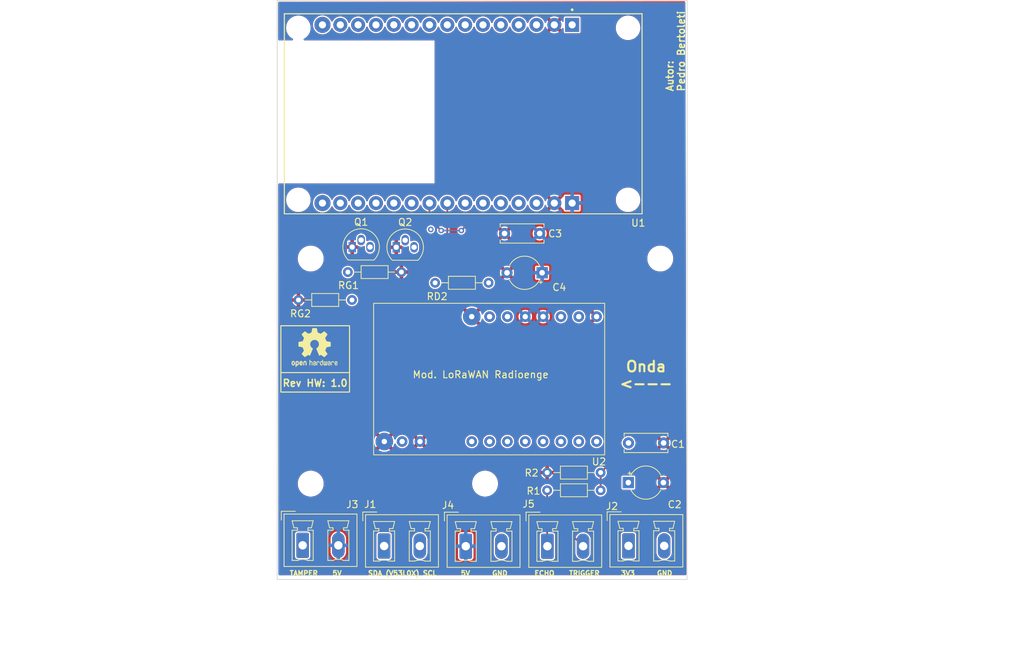
<source format=kicad_pcb>
(kicad_pcb (version 20211014) (generator pcbnew)
  (layers (0 "F.Cu" signal) (1 "In1.Cu" signal) (2 "In2.Cu" signal) (31 "B.Cu" signal) (34 "B.Paste" user) (35 "F.Paste" user) (36 "B.SilkS" user "B.Silkscreen") (37 "F.SilkS" user "F.Silkscreen") (38 "B.Mask" user) (39 "F.Mask" user) (44 "Edge.Cuts" user))
  (net 0 "")
  (net 1 "5V_LORAWAN_RADIOENGE")
  (net 2 "3V3_ESP32")
  (net 3 "GNDREF")
  (net 4 "/V-")
  (net 5 "/V+")
  (net 6 "GND_PERIF")
  (net 7 "SENS_TAMPER")
  (net 8 "SENS_ULT_ECHO")
  (net 9 "SENS_ULT_TRIGGER")
  (net 10 "LIGA_DESLIGA_PERIF")
  (net 11 "SENS_TAMPER_3V3")
  (net 12 "SENS_ULT_ECHO_3V3")
  (net 21 "/U+")
  (net 22 "/U-")
  (footprint "Resistor_THT:R_Axial_DIN0204_L3.6mm_D1.6mm_P7.62mm_Horizontal" (layer "F.Cu") (at 98.31 99.875 180)
    (fp_text reference "R2" (at 9.835 -0.05) (layer "F.SilkS"))
    (fp_text value "10k")
    (pad "1" thru_hole circle (at 0 0 180) (size 1.4 1.4) (drill 0.7) (layers *.Cu *.Mask) (net 12 "SENS_ULT_ECHO_3V3"))
    (pad "2" thru_hole oval (at 7.62 0 180) (size 1.4 1.4) (drill 0.7) (layers *.Cu *.Mask) (net 3 "GNDREF"))
  )
  (footprint "Symbol:OSHW-Logo2_7.3x6mm_SilkScreen" (layer "F.Cu") (at 57.575 82.05)
    (fp_text reference "REF**" hide)
    (fp_text value "OSHW-Logo2_7.3x6mm_SilkScreen" hide)
  )
  (footprint "Resistor_THT:R_Axial_DIN0204_L3.6mm_D1.6mm_P7.62mm_Horizontal" (layer "F.Cu") (at 90.69 102.4)
    (fp_text reference "R1" (at -1.94 0.1) (layer "F.SilkS"))
    (fp_text value "10k")
    (pad "1" thru_hole circle (at 0 0) (size 1.4 1.4) (drill 0.7) (layers *.Cu *.Mask) (net 8 "SENS_ULT_ECHO"))
    (pad "2" thru_hole oval (at 7.62 0) (size 1.4 1.4) (drill 0.7) (layers *.Cu *.Mask) (net 12 "SENS_ULT_ECHO_3V3"))
  )
  (footprint "MountingHole:MountingHole_3.2mm_M3" (layer "F.Cu") (at 57.025 69.375)
    (fp_text reference " " (at 0 -4.2) (layer "F.SilkS"))
    (fp_text value "MountingHole_3.2mm_M3")
    (pad "" np_thru_hole circle (at 0 0) (size 3.2 3.2) (drill 3.2) (layers *.Cu *.Mask))
  )
  (footprint "MountingHole:MountingHole_3.2mm_M3" (layer "F.Cu") (at 106.8 69.375)
    (fp_text reference " " (at 0 -4.2) (layer "F.SilkS"))
    (fp_text value "MountingHole_3.2mm_M3")
    (pad "" np_thru_hole circle (at 0 0) (size 3.2 3.2) (drill 3.2) (layers *.Cu *.Mask))
  )
  (footprint "MountingHole:MountingHole_3.2mm_M3" (layer "F.Cu") (at 57.025 101.45)
    (fp_text reference " " (at 0 -4.2) (layer "F.SilkS"))
    (fp_text value "MountingHole_3.2mm_M3")
    (pad "" np_thru_hole circle (at 0 0) (size 3.2 3.2) (drill 3.2) (layers *.Cu *.Mask))
  )
  (footprint "Connector_Phoenix_MC_HighVoltage:PhoenixContact_MCV_1,5_2-G-5.08_1x02_P5.08mm_Vertical" (layer "F.Cu") (at 67.4775 110.3425)
    (fp_text reference "J1" (at -1.9775 -5.9425) (layer "F.SilkS"))
    (fp_text value "CON_1_SENS_VL53L0X")
    (pad "1" thru_hole roundrect (at 0 0) (size 1.8 3.6) (drill 1.2) (layers *.Cu *.Mask) (roundrect_rratio 0.1388888889) (net 4 "/V-"))
    (pad "2" thru_hole oval (at 5.08 0) (size 1.8 3.6) (drill 1.2) (layers *.Cu *.Mask) (net 5 "/V+"))
  )
  (footprint "mod_lorawan_radioenge:mod_lorawan_radioenge" (layer "F.Cu") (at 60.905 85.91 90)
    (fp_text reference "U2" (at -12.415 37.17 unlocked) (layer "F.SilkS"))
    (fp_text value "modulo_lorawan_radioenge")
    (fp_text user "Mod. LoRaWAN Radioenge" (at 0 20.32 unlocked) (layer "F.SilkS"))
    (pad "1" thru_hole circle (at 8.26 36.83 90) (size 1.524 1.524) (drill 0.762) (layers *.Cu *.Mask) (net 3 "GNDREF"))
    (pad "2" thru_hole circle (at 8.26 34.29 90) (size 1.524 1.524) (drill 0.762) (layers *.Cu *.Mask) (net 21 "/U+"))
    (pad "3" thru_hole circle (at 8.26 31.75 90) (size 1.524 1.524) (drill 0.762) (layers *.Cu *.Mask) (net 22 "/U-"))
    (pad "4" thru_hole circle (at 8.26 29.21 90) (size 1.524 1.524) (drill 0.762) (layers *.Cu *.Mask) (net 1 "5V_LORAWAN_RADIOENGE"))
    (pad "5" thru_hole circle (at 8.26 26.67 90) (size 1.524 1.524) (drill 0.762) (layers *.Cu *.Mask) (net 1 "5V_LORAWAN_RADIOENGE"))
    (pad "6" thru_hole circle (at 8.26 24.13 90) (size 1.524 1.524) (drill 0.762) (layers *.Cu *.Mask))
    (pad "7" thru_hole circle (at 8.26 21.59 90) (size 1.524 1.524) (drill 0.762) (layers *.Cu *.Mask))
    (pad "8" thru_hole circle (at 8.26 19.05 90) (size 2.5 2.5) (drill 0.762) (layers *.Cu *.Mask) (net 3 "GNDREF"))
    (pad "9" thru_hole circle (at -9.54 36.83 90) (size 1.524 1.524) (drill 0.762) (layers *.Cu *.Mask))
    (pad "10" thru_hole circle (at -9.54 34.29 90) (size 1.524 1.524) (drill 0.762) (layers *.Cu *.Mask))
    (pad "11" thru_hole circle (at -9.54 31.75 90) (size 1.524 1.524) (drill 0.762) (layers *.Cu *.Mask))
    (pad "12" thru_hole circle (at -9.54 29.21 90) (size 1.524 1.524) (drill 0.762) (layers *.Cu *.Mask))
    (pad "13" thru_hole circle (at -9.54 26.67 90) (size 1.524 1.524) (drill 0.762) (layers *.Cu *.Mask))
    (pad "14" thru_hole circle (at -9.54 24.13 90) (size 1.524 1.524) (drill 0.762) (layers *.Cu *.Mask))
    (pad "15" thru_hole circle (at -9.54 21.59 90) (size 1.524 1.524) (drill 0.762) (layers *.Cu *.Mask))
    (pad "16" thru_hole circle (at -9.54 19.05 90) (size 1.524 1.524) (drill 0.762) (layers *.Cu *.Mask))
    (pad "17" thru_hole circle (at -9.54 11.68 90) (size 1.524 1.524) (drill 0.762) (layers *.Cu *.Mask) (net 3 "GNDREF"))
    (pad "18" thru_hole circle (at -9.54 9.14 90) (size 1.524 1.524) (drill 0.762) (layers *.Cu *.Mask))
    (pad "19" thru_hole circle (at -9.54 6.6 90) (size 2.5 2.5) (drill 0.762) (layers *.Cu *.Mask) (net 3 "GNDREF"))
  )
  (footprint "MountingHole:MountingHole_3.2mm_M3" (layer "F.Cu") (at 81.85 101.45)
    (fp_text reference " " (at 0 -4.2) (layer "F.SilkS"))
    (fp_text value "MountingHole_3.2mm_M3")
    (pad "" np_thru_hole circle (at 0 0) (size 3.2 3.2) (drill 3.2) (layers *.Cu *.Mask))
  )
  (footprint "Connector_Phoenix_MC_HighVoltage:PhoenixContact_MCV_1,5_2-G-5.08_1x02_P5.08mm_Vertical" (layer "F.Cu") (at 90.7275 110.3675)
    (fp_text reference "J5" (at -2.6775 -6.0175) (layer "F.SilkS"))
    (fp_text value "CON_2_SENS_ULT")
    (pad "1" thru_hole roundrect (at 0 0) (size 1.8 3.6) (drill 1.2) (layers *.Cu *.Mask) (roundrect_rratio 0.1388888889) (net 8 "SENS_ULT_ECHO"))
    (pad "2" thru_hole oval (at 5.08 0) (size 1.8 3.6) (drill 1.2) (layers *.Cu *.Mask) (net 9 "SENS_ULT_TRIGGER"))
  )
  (footprint "Capacitor_THT:CP_Radial_Tantal_D4.5mm_P5.00mm" (layer "F.Cu") (at 102.25 101.3)
    (fp_text reference "C2" (at 6.6 3.125) (layer "F.SilkS"))
    (fp_text value "C_Polarized_Small_US")
    (pad "1" thru_hole rect (at 0 0) (size 1.6 1.6) (drill 0.8) (layers *.Cu *.Mask) (net 2 "3V3_ESP32"))
    (pad "2" thru_hole circle (at 5 0) (size 1.6 1.6) (drill 0.8) (layers *.Cu *.Mask) (net 3 "GNDREF"))
  )
  (footprint "Resistor_THT:R_Axial_DIN0204_L3.6mm_D1.6mm_P7.62mm_Horizontal" (layer "F.Cu") (at 82.36 72.825 180)
    (fp_text reference "RD2" (at 7.335 -1.95) (layer "F.SilkS"))
    (fp_text value "10k")
    (pad "1" thru_hole circle (at 0 0 180) (size 1.4 1.4) (drill 0.7) (layers *.Cu *.Mask) (net 2 "3V3_ESP32"))
    (pad "2" thru_hole oval (at 7.62 0 180) (size 1.4 1.4) (drill 0.7) (layers *.Cu *.Mask) (net 11 "SENS_TAMPER_3V3"))
  )
  (footprint "Fiducial:Fiducial_1.5mm_Mask3mm" (layer "F.Cu") (at 107.375 37.275)
    (fp_text reference " " (at 0 -2.4765) (layer "F.SilkS"))
    (fp_text value "Fiducial_1.5mm_Mask3mm")
    (pad "" smd circle (at 0 0) (size 1.5 1.5) (layers "F.Cu" "F.Mask") (clearance 0.75))
  )
  (footprint "Fiducial:Fiducial_1.5mm_Mask3mm" (layer "F.Cu") (at 56.625 94.125)
    (fp_text reference " " (at 0 -2.4765) (layer "F.SilkS"))
    (fp_text value "Fiducial_1.5mm_Mask3mm")
    (pad "" smd circle (at 0 0) (size 1.5 1.5) (layers "F.Cu" "F.Mask") (clearance 0.75))
  )
  (footprint "Capacitor_THT:C_Disc_D6.0mm_W2.5mm_P5.00mm" (layer "F.Cu") (at 102.275 95.65)
    (fp_text reference "C1" (at 7.05 0.175) (layer "F.SilkS"))
    (fp_text value "0.1uF")
    (pad "1" thru_hole circle (at 0 0) (size 1.6 1.6) (drill 0.8) (layers *.Cu *.Mask) (net 2 "3V3_ESP32"))
    (pad "2" thru_hole circle (at 5 0) (size 1.6 1.6) (drill 0.8) (layers *.Cu *.Mask) (net 3 "GNDREF"))
  )
  (footprint "Package_TO_SOT_THT:TO-92_Inline" (layer "F.Cu") (at 62.93 67.735)
    (fp_text reference "Q1" (at 1.27 -3.56) (layer "F.SilkS"))
    (fp_text value "2N7000")
    (pad "1" thru_hole rect (at 0 0) (size 1.05 1.5) (drill 0.75) (layers *.Cu *.Mask) (net 3 "GNDREF"))
    (pad "2" thru_hole oval (at 1.27 -1) (size 1.05 1.5) (drill 0.75) (layers *.Cu *.Mask) (net 10 "LIGA_DESLIGA_PERIF"))
    (pad "3" thru_hole oval (at 2.54 0) (size 1.05 1.5) (drill 0.75) (layers *.Cu *.Mask) (net 6 "GND_PERIF"))
  )
  (footprint "Connector_Phoenix_MC_HighVoltage:PhoenixContact_MCV_1,5_2-G-5.08_1x02_P5.08mm_Vertical" (layer "F.Cu") (at 55.8775 110.2425)
    (fp_text reference "J3" (at 7.0725 -5.8175) (layer "F.SilkS"))
    (fp_text value "CON_SENS_TAMPER")
    (pad "1" thru_hole roundrect (at 0 0) (size 1.8 3.6) (drill 1.2) (layers *.Cu *.Mask) (roundrect_rratio 0.1388888889) (net 7 "SENS_TAMPER"))
    (pad "2" thru_hole oval (at 5.08 0) (size 1.8 3.6) (drill 1.2) (layers *.Cu *.Mask) (net 1 "5V_LORAWAN_RADIOENGE"))
  )
  (footprint "Connector_Phoenix_MC_HighVoltage:PhoenixContact_MCV_1,5_2-G-5.08_1x02_P5.08mm_Vertical" (layer "F.Cu") (at 79.1025 110.3675)
    (fp_text reference "J4" (at -2.5275 -5.8425) (layer "F.SilkS"))
    (fp_text value "CON_1_SENS_ULT")
    (pad "1" thru_hole roundrect (at 0 0) (size 1.8 3.6) (drill 1.2) (layers *.Cu *.Mask) (roundrect_rratio 0.1388888889) (net 1 "5V_LORAWAN_RADIOENGE"))
    (pad "2" thru_hole oval (at 5.08 0) (size 1.8 3.6) (drill 1.2) (layers *.Cu *.Mask) (net 6 "GND_PERIF"))
  )
  (footprint "Resistor_THT:R_Axial_DIN0204_L3.6mm_D1.6mm_P7.62mm_Horizontal" (layer "F.Cu") (at 62.315 71.3)
    (fp_text reference "RG1" (at 0.085 1.9) (layer "F.SilkS"))
    (fp_text value "100k")
    (pad "1" thru_hole circle (at 0 0) (size 1.4 1.4) (drill 0.7) (layers *.Cu *.Mask) (net 10 "LIGA_DESLIGA_PERIF"))
    (pad "2" thru_hole oval (at 7.62 0) (size 1.4 1.4) (drill 0.7) (layers *.Cu *.Mask) (net 3 "GNDREF"))
  )
  (footprint "Fiducial:Fiducial_1.5mm_Mask3mm" (layer "F.Cu") (at 107.15 78.125)
    (fp_text reference " " (at 0 -2.4765) (layer "F.SilkS"))
    (fp_text value "Fiducial_1.5mm_Mask3mm")
    (pad "" smd circle (at 0 0) (size 1.5 1.5) (layers "F.Cu" "F.Mask") (clearance 0.75))
  )
  (footprint "Connector_Phoenix_MC_HighVoltage:PhoenixContact_MCV_1,5_2-G-5.08_1x02_P5.08mm_Vertical" (layer "F.Cu") (at 102.2775 110.3175)
    (fp_text reference "J2" (at -2.3525 -5.6425) (layer "F.SilkS"))
    (fp_text value "CON_2_SENS_VL53L0X")
    (pad "1" thru_hole roundrect (at 0 0) (size 1.8 3.6) (drill 1.2) (layers *.Cu *.Mask) (roundrect_rratio 0.1388888889) (net 2 "3V3_ESP32"))
    (pad "2" thru_hole oval (at 5.08 0) (size 1.8 3.6) (drill 1.2) (layers *.Cu *.Mask) (net 6 "GND_PERIF"))
  )
  (footprint "ESP32_doit_v1:MODULE_ESP32_DEVKIT_V1" (layer "F.Cu") (at 78.74 48.768 -90)
    (fp_text reference "U1" (at 15.532 -24.935 180) (layer "F.SilkS"))
    (fp_text value "ESP32-DEVKIT-V1")
    (pad "" np_thru_hole circle locked (at -12.28 23.475 270) (size 3 3) (drill 3) (layers *.Cu *.Mask))
    (pad "" np_thru_hole circle locked (at 12.23 23.475 270) (size 3 3) (drill 3) (layers *.Cu *.Mask))
    (pad "" np_thru_hole circle locked (at 12.23 -23.475 270) (size 3 3) (drill 3) (layers *.Cu *.Mask))
    (pad "" np_thru_hole circle locked (at -12.28 -23.475 270) (size 3 3) (drill 3) (layers *.Cu *.Mask))
    (pad "1" thru_hole rect locked (at -12.7 -15.515 270) (size 2 2) (drill 1.02) (layers *.Cu *.Mask) (net 2 "3V3_ESP32"))
    (pad "2" thru_hole circle locked (at -12.7 -12.975 270) (size 2 2) (drill 1.02) (layers *.Cu *.Mask) (net 3 "GNDREF"))
    (pad "3" thru_hole circle locked (at -12.7 -10.435 270) (size 2 2) (drill 1.02) (layers *.Cu *.Mask))
    (pad "4" thru_hole circle locked (at -12.7 -7.895 270) (size 2 2) (drill 1.02) (layers *.Cu *.Mask))
    (pad "5" thru_hole circle locked (at -12.7 -5.355 270) (size 2 2) (drill 1.02) (layers *.Cu *.Mask))
    (pad "6" thru_hole circle locked (at -12.7 -2.815 270) (size 2 2) (drill 1.02) (layers *.Cu *.Mask))
    (pad "7" thru_hole circle locked (at -12.7 -0.275 270) (size 2 2) (drill 1.02) (layers *.Cu *.Mask))
    (pad "8" thru_hole circle locked (at -12.7 2.265 270) (size 2 2) (drill 1.02) (layers *.Cu *.Mask))
    (pad "9" thru_hole circle locked (at -12.7 4.805 270) (size 2 2) (drill 1.02) (layers *.Cu *.Mask) (net 5 "/V+"))
    (pad "10" thru_hole circle locked (at -12.7 7.345 270) (size 2 2) (drill 1.02) (layers *.Cu *.Mask) (net 4 "/V-"))
    (pad "11" thru_hole circle locked (at -12.7 9.885 270) (size 2 2) (drill 1.02) (layers *.Cu *.Mask) (net 10 "LIGA_DESLIGA_PERIF"))
    (pad "12" thru_hole circle locked (at -12.7 12.425 270) (size 2 2) (drill 1.02) (layers *.Cu *.Mask))
    (pad "13" thru_hole circle locked (at -12.7 14.965 270) (size 2 2) (drill 1.02) (layers *.Cu *.Mask))
    (pad "14" thru_hole circle locked (at -12.7 17.505 270) (size 2 2) (drill 1.02) (layers *.Cu *.Mask) (net 21 "/U+"))
    (pad "15" thru_hole circle locked (at -12.7 20.045 270) (size 2.3 2.3) (drill 1.02) (layers *.Cu *.Mask) (net 22 "/U-"))
    (pad "16" thru_hole circle locked (at 12.7 20.045 270) (size 2.3 2.3) (drill 1.02) (layers *.Cu *.Mask))
    (pad "17" thru_hole circle locked (at 12.7 17.505 270) (size 2 2) (drill 1.02) (layers *.Cu *.Mask))
    (pad "18" thru_hole circle locked (at 12.7 14.965 270) (size 2 2) (drill 1.02) (layers *.Cu *.Mask))
    (pad "19" thru_hole circle locked (at 12.7 12.425 270) (size 2 2) (drill 1.02) (layers *.Cu *.Mask) (net 11 "SENS_TAMPER_3V3"))
    (pad "20" thru_hole circle locked (at 12.7 9.885 270) (size 2 2) (drill 1.02) (layers *.Cu *.Mask))
    (pad "21" thru_hole circle locked (at 12.7 7.345 270) (size 2 2) (drill 1.02) (layers *.Cu *.Mask))
    (pad "22" thru_hole circle locked (at 12.7 4.805 270) (size 2 2) (drill 1.02) (layers *.Cu *.Mask) (net 12 "SENS_ULT_ECHO_3V3"))
    (pad "23" thru_hole circle locked (at 12.7 2.265 270) (size 2 2) (drill 1.02) (layers *.Cu *.Mask) (net 9 "SENS_ULT_TRIGGER"))
    (pad "24" thru_hole circle locked (at 12.7 -0.275 270) (size 2 2) (drill 1.02) (layers *.Cu *.Mask))
    (pad "25" thru_hole circle locked (at 12.7 -2.815 270) (size 2 2) (drill 1.02) (layers *.Cu *.Mask))
    (pad "26" thru_hole circle locked (at 12.7 -5.355 270) (size 2 2) (drill 1.02) (layers *.Cu *.Mask))
    (pad "27" thru_hole circle locked (at 12.7 -7.895 270) (size 2 2) (drill 1.02) (layers *.Cu *.Mask))
    (pad "28" thru_hole circle locked (at 12.7 -10.435 270) (size 2 2) (drill 1.02) (layers *.Cu *.Mask))
    (pad "29" thru_hole circle locked (at 12.7 -12.975 270) (size 2 2) (drill 1.02) (layers *.Cu *.Mask) (net 3 "GNDREF"))
    (pad "30" thru_hole rect locked (at 12.7 -15.515 270) (size 2 2) (drill 1.02) (layers *.Cu *.Mask) (net 1 "5V_LORAWAN_RADIOENGE"))
    (zone (net 0) (net_name "") (layer "F.Cu") (connect_pads (clearance 0)) (min_thickness 0.01)
      (keepout (tracks not_allowed) (vias not_allowed) (pads not_allowed) (copperpour not_allowed) (footprints allowed))
      (fill (thermal_gap 0.508) (thermal_bridge_width 0.508))
      (polygon (pts (xy 59.755 39.858) (xy 59.755 57.548) (xy 53.265 57.548) (xy 53.265 39.858)))
    )
    (zone (net 0) (net_name "") (layer "B.Cu") (connect_pads (clearance 0)) (min_thickness 0.01)
      (keepout (tracks not_allowed) (vias not_allowed) (pads not_allowed) (copperpour not_allowed) (footprints allowed))
      (fill (thermal_gap 0.508) (thermal_bridge_width 0.508))
      (polygon (pts (xy 59.755 39.858) (xy 59.755 57.548) (xy 53.265 57.548) (xy 53.265 39.858)))
    )
  )
  (footprint "Capacitor_THT:CP_Radial_Tantal_D4.5mm_P5.00mm" (layer "F.Cu") (at 89.975 71.4 180)
    (fp_text reference "C4" (at -2.45 -2.075) (layer "F.SilkS"))
    (fp_text value "C_Polarized_Small_US")
    (pad "1" thru_hole rect (at 0 0 180) (size 1.6 1.6) (drill 0.8) (layers *.Cu *.Mask) (net 1 "5V_LORAWAN_RADIOENGE"))
    (pad "2" thru_hole circle (at 5 0 180) (size 1.6 1.6) (drill 0.8) (layers *.Cu *.Mask) (net 3 "GNDREF"))
  )
  (footprint "Resistor_THT:R_Axial_DIN0204_L3.6mm_D1.6mm_P7.62mm_Horizontal" (layer "F.Cu") (at 62.9 75.275 180)
    (fp_text reference "RG2" (at 7.335 -1.95) (layer "F.SilkS"))
    (fp_text value "100k")
    (pad "1" thru_hole circle (at 0 0 180) (size 1.4 1.4) (drill 0.7) (layers *.Cu *.Mask) (net 7 "SENS_TAMPER"))
    (pad "2" thru_hole oval (at 7.62 0 180) (size 1.4 1.4) (drill 0.7) (layers *.Cu *.Mask) (net 3 "GNDREF"))
  )
  (footprint "Package_TO_SOT_THT:TO-92_Inline" (layer "F.Cu") (at 69.205 67.76)
    (fp_text reference "Q2" (at 1.27 -3.56) (layer "F.SilkS"))
    (fp_text value "2N7000")
    (pad "1" thru_hole rect (at 0 0) (size 1.05 1.5) (drill 0.75) (layers *.Cu *.Mask) (net 3 "GNDREF"))
    (pad "2" thru_hole oval (at 1.27 -1) (size 1.05 1.5) (drill 0.75) (layers *.Cu *.Mask) (net 7 "SENS_TAMPER"))
    (pad "3" thru_hole oval (at 2.54 0) (size 1.05 1.5) (drill 0.75) (layers *.Cu *.Mask) (net 11 "SENS_TAMPER_3V3"))
  )
  (footprint "Capacitor_THT:C_Disc_D6.0mm_W2.5mm_P5.00mm" (layer "F.Cu") (at 89.625 65.8 180)
    (fp_text reference "C3" (at -2.2 -0.025) (layer "F.SilkS"))
    (fp_text value "0.1uF")
    (pad "1" thru_hole circle (at 0 0 180) (size 1.6 1.6) (drill 0.8) (layers *.Cu *.Mask) (net 1 "5V_LORAWAN_RADIOENGE"))
    (pad "2" thru_hole circle (at 5 0 180) (size 1.6 1.6) (drill 0.8) (layers *.Cu *.Mask) (net 3 "GNDREF"))
  )
  (gr_rect (start 52.775 78.95) (end 62.55 88.4) (layer "F.SilkS") (width 0.15) (fill none))
  (gr_line (start 52.825 85.625) (end 62.55 85.625) (layer "F.SilkS") (width 0.15))
  (gr_rect (start 52.25 32.575) (end 110.625 115.1) (layer "Edge.Cuts") (width 0.1) (fill none))
  (gr_text "3V3      GND" (at 104.85 114.225) (layer "F.SilkS") (effects (font (size 0.7 0.7) (thickness 0.175))))
  (gr_text "ECHO    TRIGGER" (at 93.525 114.225) (layer "F.SilkS") (effects (font (size 0.7 0.7) (thickness 0.175))))
  (gr_text "Rev HW: 1.0" (at 57.65 87.125) (layer "F.SilkS") (effects (font (size 1 1) (thickness 0.2))))
  (gr_text "SDA (V53L0X) SCL" (at 70.075 114.225) (layer "F.SilkS") (effects (font (size 0.7 0.7) (thickness 0.175))))
  (gr_text "Onda\n<---" (at 104.775 85.975) (layer "F.SilkS") (effects (font (size 1.5 1.5) (thickness 0.3))))
  (gr_text "5V      GND" (at 81.725 114.225) (layer "F.SilkS") (effects (font (size 0.7 0.7) (thickness 0.175))))
  (gr_text "Autor:\nPedro Bertoleti" (at 108.975 45.65 90) (layer "F.SilkS") (effects (font (size 1 1) (thickness 0.2)) (justify left)))
  (gr_text "TAMPER    5V" (at 57.725 114.225) (layer "F.SilkS") (effects (font (size 0.7 0.7) (thickness 0.175))))
  (segment (start 90.69 110.33) (end 90.69 102.4) (width 0.25) (layer "F.Cu") (net 8))
  (segment (start 90.7275 110.3675) (end 90.69 110.33) (width 0.25) (layer "F.Cu") (net 8))
  (segment (start 93.975 94.725) (end 76.475 77.225) (width 0.25) (layer "F.Cu") (net 9))
  (segment (start 93.975 108.535) (end 93.975 94.725) (width 0.25) (layer "F.Cu") (net 9))
  (segment (start 76.475 77.225) (end 76.475 61.468) (width 0.25) (layer "F.Cu") (net 9))
  (segment (start 95.8075 110.3675) (end 93.975 108.535) (width 0.25) (layer "F.Cu") (net 9))
  (via (at 74.125 65.225) (size 0.8) (drill 0.4) (layers "F.Cu" "B.Cu") (net 11))
  (segment (start 78.575 65.275) (end 78.475 65.375) (width 0.25) (layer "F.Cu") (net 12))
  (segment (start 99.01 72.16) (end 90.225 63.375) (width 0.25) (layer "F.Cu") (net 12))
  (segment (start 80.475 63.375) (end 78.575 65.275) (width 0.25) (layer "F.Cu") (net 12))
  (segment (start 73.935 63.71) (end 73.935 61.468) (width 0.25) (layer "F.Cu") (net 12))
  (segment (start 75.6 65.375) (end 73.935 63.71) (width 0.25) (layer "F.Cu") (net 12))
  (segment (start 98.31 102.4) (end 98.31 99.875) (width 0.25) (layer "F.Cu") (net 12))
  (segment (start 99.01 99.175) (end 99.01 72.16) (width 0.25) (layer "F.Cu") (net 12))
  (segment (start 90.225 63.375) (end 80.475 63.375) (width 0.25) (layer "F.Cu") (net 12))
  (segment (start 98.31 99.875) (end 99.01 99.175) (width 0.25) (layer "F.Cu") (net 12))
  (via (at 78.475 65.375) (size 0.8) (drill 0.4) (layers "F.Cu" "B.Cu") (net 12))
  (via (at 75.6 65.375) (size 0.8) (drill 0.4) (layers "F.Cu" "B.Cu") (net 12))
  (segment (start 78.475 65.375) (end 75.6 65.375) (width 0.25) (layer "B.Cu") (net 12))
  (zone (net 3) (net_name "GNDREF") (layer "F.Cu") (name "wifi_esp32") (connect_pads (clearance 0)) (min_thickness 0.254) (fill yes (thermal_gap 0.508) (thermal_bridge_width 0.508))
    (polygon (pts (xy 110.35 32.7) (xy 110.525 114.5) (xy 52.425 114.5) (xy 52.400746 32.773636)))
  )
  (zone (net 0) (net_name "") (layers "F.Cu" "In1.Cu" "In2.Cu" "B.Cu") (name "wifi_esp32") (connect_pads (clearance 0)) (min_thickness 0.254)
    (keepout (tracks not_allowed) (vias not_allowed) (pads not_allowed) (copperpour not_allowed) (footprints allowed))
    (fill (thermal_gap 0.508) (thermal_bridge_width 0.508))
    (polygon (pts (xy 74.675 58.675) (xy 52.225 58.675) (xy 52.25 38.275) (xy 74.675 38.275)))
  )
  (zone (net 1) (net_name "5V_LORAWAN_RADIOENGE") (layer "B.Cu") (name "wifi_esp32") (connect_pads (clearance 0)) (min_thickness 0.254) (fill yes (thermal_gap 0.508) (thermal_bridge_width 0.508))
    (polygon (pts (xy 52.400726 32.794763) (xy 110.375718 32.869763) (xy 110.525 114.475) (xy 52.425 114.5) (xy 52.400008 33.35) (xy 52.4 33.35)))
  )
)
</source>
